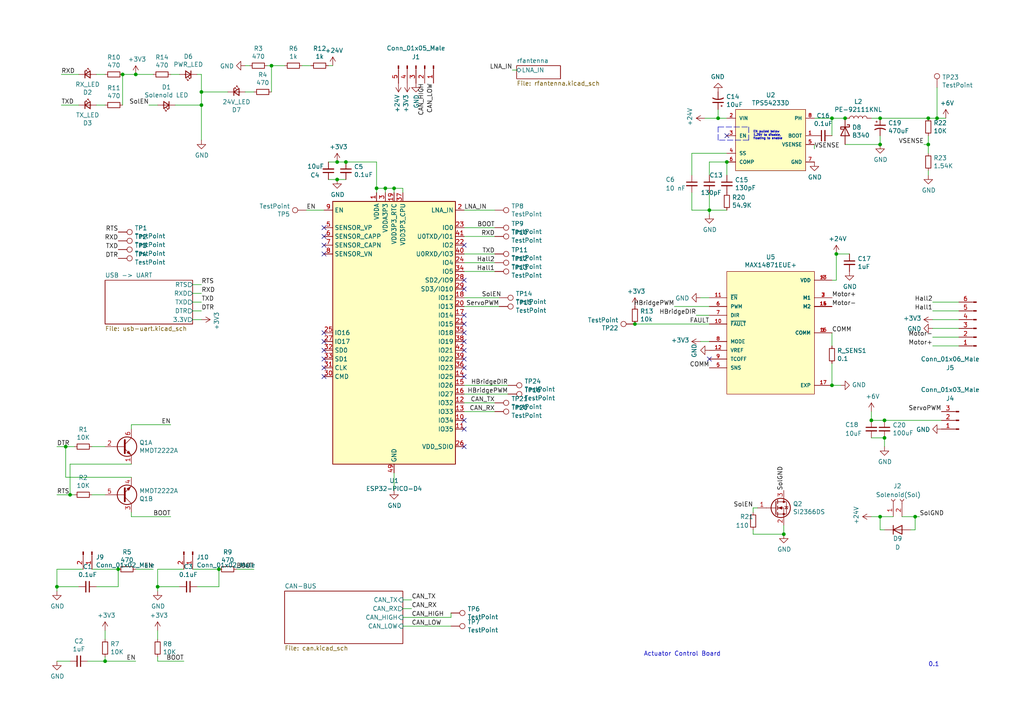
<source format=kicad_sch>
(kicad_sch (version 20211123) (generator eeschema)
  (paper "A4")
  (lib_symbols
    (symbol "Connector:Conn_01x02_Female" (pin_names (offset 1.016) hide)
      (property "Reference" "J" (at 0 2.54 0))
      (property "Value" "Conn_01x02_Female" (at 0 -5.08 0))
      (symbol "Conn_01x02_Female_1_1"
        (pin passive line (at -5.08 0 0) (length 3.81) (name "Pin_1") (number "1"))
        (pin passive line (at -5.08 -2.54 0) (length 3.81) (name "Pin_2") (number "2"))
      )
    )
    (symbol "Connector:Conn_01x02_Male" (pin_names (offset 1.016) hide)
      (property "Reference" "J" (at 0 2.54 0))
      (property "Value" "Conn_01x02_Male" (at 0 -5.08 0))
      (symbol "Conn_01x02_Male_1_1"
        (pin passive line (at 5.08 0 180) (length 3.81) (name "Pin_1") (number "1"))
        (pin passive line (at 5.08 -2.54 180) (length 3.81) (name "Pin_2") (number "2"))
      )
    )
    (symbol "Connector:Conn_01x03_Male" (pin_names (offset 1.016) hide)
      (property "Reference" "J" (at 0 5.08 0))
      (property "Value" "Conn_01x03_Male" (at 0 -5.08 0))
      (symbol "Conn_01x03_Male_1_1"
        (pin passive line (at 5.08 2.54 180) (length 3.81) (name "Pin_1") (number "1"))
        (pin passive line (at 5.08 0 180) (length 3.81) (name "Pin_2") (number "2"))
        (pin passive line (at 5.08 -2.54 180) (length 3.81) (name "Pin_3") (number "3"))
      )
    )
    (symbol "Connector:Conn_01x05_Male" (pin_names (offset 1.016) hide)
      (property "Reference" "J" (at 0 7.62 0))
      (property "Value" "Conn_01x05_Male" (at 0 -7.62 0))
      (symbol "Conn_01x05_Male_1_1"
        (pin passive line (at 5.08 5.08 180) (length 3.81) (name "Pin_1") (number "1"))
        (pin passive line (at 5.08 2.54 180) (length 3.81) (name "Pin_2") (number "2"))
        (pin passive line (at 5.08 0 180) (length 3.81) (name "Pin_3") (number "3"))
        (pin passive line (at 5.08 -2.54 180) (length 3.81) (name "Pin_4") (number "4"))
        (pin passive line (at 5.08 -5.08 180) (length 3.81) (name "Pin_5") (number "5"))
      )
    )
    (symbol "Connector:Conn_01x06_Male" (pin_names (offset 1.016) hide)
      (property "Reference" "J" (at 0 7.62 0))
      (property "Value" "Conn_01x06_Male" (at 0 -10.16 0))
      (symbol "Conn_01x06_Male_1_1"
        (pin passive line (at 5.08 5.08 180) (length 3.81) (name "Pin_1") (number "1"))
        (pin passive line (at 5.08 2.54 180) (length 3.81) (name "Pin_2") (number "2"))
        (pin passive line (at 5.08 0 180) (length 3.81) (name "Pin_3") (number "3"))
        (pin passive line (at 5.08 -2.54 180) (length 3.81) (name "Pin_4") (number "4"))
        (pin passive line (at 5.08 -5.08 180) (length 3.81) (name "Pin_5") (number "5"))
        (pin passive line (at 5.08 -7.62 180) (length 3.81) (name "Pin_6") (number "6"))
      )
    )
    (symbol "Connector:TestPoint" (pin_numbers hide) (pin_names (offset 0.762) hide)
      (property "Reference" "TP" (at 0 6.858 0))
      (property "Value" "TestPoint" (at 0 5.08 0))
      (symbol "TestPoint_1_1"
        (pin passive line (at 0 0 90) (length 2.54) (name "1") (number "1"))
      )
    )
    (symbol "Device:CP1_Small" (pin_numbers hide) (pin_names (offset 0.254) hide)
      (property "Reference" "C" (at 0.254 1.778 0))
      (property "Value" "Device_CP1_Small" (at 0.254 -2.032 0))
      (symbol "CP1_Small_1_1"
        (pin passive line (at 0 2.54 270) (length 2.032) (name "~") (number "1"))
        (pin passive line (at 0 -2.54 90) (length 2.032) (name "~") (number "2"))
      )
    )
    (symbol "Device:C_Small" (pin_numbers hide) (pin_names (offset 0.254) hide)
      (property "Reference" "C" (at 0.254 1.778 0))
      (property "Value" "C_Small" (at 0.254 -2.032 0))
      (symbol "C_Small_1_1"
        (pin passive line (at 0 2.54 270) (length 2.032) (name "~") (number "1"))
        (pin passive line (at 0 -2.54 90) (length 2.032) (name "~") (number "2"))
      )
    )
    (symbol "Device:D" (pin_numbers hide) (pin_names (offset 1.016) hide)
      (property "Reference" "D" (at 0 2.54 0))
      (property "Value" "D" (at 0 -2.54 0))
      (symbol "D_1_1"
        (pin passive line (at -3.81 0 0) (length 2.54) (name "K") (number "1"))
        (pin passive line (at 3.81 0 180) (length 2.54) (name "A") (number "2"))
      )
    )
    (symbol "Device:L" (pin_numbers hide) (pin_names (offset 1.016) hide)
      (property "Reference" "L" (at -1.27 0 90))
      (property "Value" "L" (at 1.905 0 90))
      (symbol "L_1_1"
        (pin passive line (at 0 3.81 270) (length 1.27) (name "1") (number "1"))
        (pin passive line (at 0 -3.81 90) (length 1.27) (name "2") (number "2"))
      )
    )
    (symbol "Device:LED_Small" (pin_numbers hide) (pin_names (offset 0.254) hide)
      (property "Reference" "D" (at -1.27 3.175 0))
      (property "Value" "LED_Small" (at -4.445 -2.54 0))
      (symbol "LED_Small_1_1"
        (pin passive line (at -2.54 0 0) (length 1.778) (name "K") (number "1"))
        (pin passive line (at 2.54 0 180) (length 1.778) (name "A") (number "2"))
      )
    )
    (symbol "Device:R_Small" (pin_numbers hide) (pin_names (offset 0.254) hide)
      (property "Reference" "R" (at 0.762 0.508 0))
      (property "Value" "R_Small" (at 0.762 -1.016 0))
      (symbol "R_Small_1_1"
        (pin passive line (at 0 2.54 270) (length 0.762) (name "~") (number "1"))
        (pin passive line (at 0 -2.54 90) (length 0.762) (name "~") (number "2"))
      )
    )
    (symbol "Diode:B340" (pin_numbers hide) (pin_names (offset 1.016) hide)
      (property "Reference" "D" (at 0 2.54 0))
      (property "Value" "B340" (at 0 -2.54 0))
      (symbol "B340_1_1"
        (pin passive line (at -3.81 0 0) (length 2.54) (name "K") (number "1"))
        (pin passive line (at 3.81 0 180) (length 2.54) (name "A") (number "2"))
      )
    )
    (symbol "RF_Module:ESP32-PICO-D4"
      (property "Reference" "U" (at -17.78 39.37 0))
      (property "Value" "ESP32-PICO-D4" (at 3.81 39.37 0))
      (symbol "ESP32-PICO-D4_0_0"
        (pin power_in line (at -5.08 40.64 270) (length 2.54) (name "VDDA") (number "1"))
        (pin input line (at 20.32 -25.4 180) (length 2.54) (name "IO34") (number "10"))
        (pin input line (at 20.32 -27.94 180) (length 2.54) (name "IO35") (number "11"))
        (pin bidirectional line (at 20.32 -20.32 180) (length 2.54) (name "IO32") (number "12"))
        (pin bidirectional line (at 20.32 -22.86 180) (length 2.54) (name "IO33") (number "13"))
        (pin bidirectional line (at 20.32 -12.7 180) (length 2.54) (name "IO25") (number "14"))
        (pin bidirectional line (at 20.32 -15.24 180) (length 2.54) (name "IO26") (number "15"))
        (pin bidirectional line (at 20.32 -17.78 180) (length 2.54) (name "IO27") (number "16"))
        (pin bidirectional line (at 20.32 5.08 180) (length 2.54) (name "IO14") (number "17"))
        (pin bidirectional line (at 20.32 10.16 180) (length 2.54) (name "IO12") (number "18"))
        (pin power_in line (at 0 40.64 270) (length 2.54) (name "VDD3P3_RTC") (number "19"))
        (pin bidirectional line (at 20.32 35.56 180) (length 2.54) (name "LNA_IN") (number "2"))
        (pin bidirectional line (at 20.32 7.62 180) (length 2.54) (name "IO13") (number "20"))
        (pin bidirectional line (at 20.32 2.54 180) (length 2.54) (name "IO15") (number "21"))
        (pin bidirectional line (at 20.32 25.4 180) (length 2.54) (name "IO2") (number "22"))
        (pin bidirectional line (at 20.32 30.48 180) (length 2.54) (name "IO0") (number "23"))
        (pin bidirectional line (at 20.32 20.32 180) (length 2.54) (name "IO4") (number "24"))
        (pin bidirectional line (at -20.32 0 0) (length 2.54) (name "IO16") (number "25"))
        (pin power_out line (at 20.32 -33.02 180) (length 2.54) (name "VDD_SDIO") (number "26"))
        (pin bidirectional line (at -20.32 -2.54 0) (length 2.54) (name "IO17") (number "27"))
        (pin bidirectional line (at 20.32 15.24 180) (length 2.54) (name "SD2/IO9") (number "28"))
        (pin bidirectional line (at 20.32 12.7 180) (length 2.54) (name "SD3/IO10") (number "29"))
        (pin power_in line (at -2.54 40.64 270) (length 2.54) (name "VDDA3P3") (number "3"))
        (pin bidirectional line (at -20.32 -12.7 0) (length 2.54) (name "CMD") (number "30"))
        (pin bidirectional line (at -20.32 -10.16 0) (length 2.54) (name "CLK") (number "31"))
        (pin bidirectional line (at -20.32 -5.08 0) (length 2.54) (name "SD0") (number "32"))
        (pin bidirectional line (at -20.32 -7.62 0) (length 2.54) (name "SD1") (number "33"))
        (pin bidirectional line (at 20.32 17.78 180) (length 2.54) (name "IO5") (number "34"))
        (pin bidirectional line (at 20.32 0 180) (length 2.54) (name "IO18") (number "35"))
        (pin bidirectional line (at 20.32 -10.16 180) (length 2.54) (name "IO23") (number "36"))
        (pin power_in line (at 2.54 40.64 270) (length 2.54) (name "VDD3P3_CPU") (number "37"))
        (pin bidirectional line (at 20.32 -2.54 180) (length 2.54) (name "IO19") (number "38"))
        (pin bidirectional line (at 20.32 -7.62 180) (length 2.54) (name "IO22") (number "39"))
        (pin passive line (at -2.54 40.64 270) (length 2.54) hide (name "VDDA3P3") (number "4"))
        (pin bidirectional line (at 20.32 22.86 180) (length 2.54) (name "U0RXD/IO3") (number "40"))
        (pin bidirectional line (at 20.32 27.94 180) (length 2.54) (name "U0TXD/IO1") (number "41"))
        (pin bidirectional line (at 20.32 -5.08 180) (length 2.54) (name "IO21") (number "42"))
        (pin passive line (at -5.08 40.64 270) (length 2.54) hide (name "VDDA") (number "43"))
        (pin no_connect line (at -17.78 -25.4 0) (length 2.54) hide (name "XTAL_N_NC") (number "44"))
        (pin no_connect line (at -17.78 -27.94 0) (length 2.54) hide (name "XTAL_P_NC") (number "45"))
        (pin passive line (at -5.08 40.64 270) (length 2.54) hide (name "VDDA") (number "46"))
        (pin no_connect line (at -17.78 -30.48 0) (length 2.54) hide (name "CAP2_NC") (number "47"))
        (pin no_connect line (at -17.78 -33.02 0) (length 2.54) hide (name "CAP1_NC") (number "48"))
        (pin power_in line (at 0 -40.64 90) (length 2.54) (name "GND") (number "49"))
        (pin input line (at -20.32 30.48 0) (length 2.54) (name "SENSOR_VP") (number "5"))
        (pin input line (at -20.32 27.94 0) (length 2.54) (name "SENSOR_CAPP") (number "6"))
        (pin input line (at -20.32 25.4 0) (length 2.54) (name "SENSOR_CAPN") (number "7"))
        (pin input line (at -20.32 22.86 0) (length 2.54) (name "SENSOR_VN") (number "8"))
        (pin input line (at -20.32 35.56 0) (length 2.54) (name "EN") (number "9"))
      )
    )
    (symbol "Transistor_BJT:MMDT2222A" (pin_names (offset 0) hide)
      (property "Reference" "Q" (at 5.08 1.27 0))
      (property "Value" "MMDT2222A" (at 5.08 -1.27 0))
      (symbol "MMDT2222A_1_1"
        (pin passive line (at 2.54 -5.08 90) (length 2.54) (name "E1") (number "1"))
        (pin input line (at -5.08 0 0) (length 2.54) (name "B1") (number "2"))
        (pin passive line (at 2.54 5.08 270) (length 2.54) (name "C1") (number "6"))
      )
      (symbol "MMDT2222A_2_1"
        (pin passive line (at 2.54 5.08 270) (length 2.54) (name "C2") (number "3"))
        (pin passive line (at 2.54 -5.08 90) (length 2.54) (name "E2") (number "4"))
        (pin input line (at -5.08 0 0) (length 2.54) (name "B2") (number "5"))
      )
    )
    (symbol "Transistor_FET:DMN3404L" (pin_names hide)
      (property "Reference" "Q" (at 5.08 1.905 0))
      (property "Value" "DMN3404L" (at 5.08 0 0))
      (symbol "DMN3404L_1_1"
        (pin input line (at -5.08 0 0) (length 2.54) (name "G") (number "1"))
        (pin passive line (at 2.54 -5.08 90) (length 2.54) (name "S") (number "2"))
        (pin passive line (at 2.54 5.08 270) (length 2.54) (name "D") (number "3"))
      )
    )
    (symbol "iclr:MAX14871EUE+" (pin_names (offset 1.016))
      (property "Reference" "U" (at -12.7 17.78 0))
      (property "Value" "iclr_MAX14871EUE+" (at -12.7 -20.32 0))
      (symbol "MAX14871EUE+_0_0"
        (pin output line (at 17.78 0 180) (length 5.08) (name "COMM") (number "1"))
        (pin output line (at -17.78 2.54 0) (length 5.08) (name "~{FAULT}") (number "10"))
        (pin input line (at -17.78 10.16 0) (length 5.08) (name "~{EN}") (number "11"))
        (pin input line (at -17.78 -5.08 0) (length 5.08) (name "VREF") (number "12"))
        (pin power_in line (at 17.78 15.24 180) (length 5.08) (name "VDD") (number "13"))
        (pin output line (at 17.78 7.62 180) (length 5.08) (name "M2") (number "14"))
        (pin output line (at 17.78 7.62 180) (length 5.08) (name "M2") (number "15"))
        (pin output line (at 17.78 0 180) (length 5.08) (name "COMM") (number "16"))
        (pin power_in line (at 17.78 -15.24 180) (length 5.08) (name "EXP") (number "17"))
        (pin output line (at 17.78 10.16 180) (length 5.08) (name "M1") (number "2"))
        (pin output line (at 17.78 10.16 180) (length 5.08) (name "M1") (number "3"))
        (pin power_in line (at 17.78 15.24 180) (length 5.08) (name "VDD") (number "4"))
        (pin input line (at -17.78 -10.16 0) (length 5.08) (name "SNS") (number "5"))
        (pin input line (at -17.78 7.62 0) (length 5.08) (name "PWM") (number "6"))
        (pin input line (at -17.78 5.08 0) (length 5.08) (name "DIR") (number "7"))
        (pin input line (at -17.78 -2.54 0) (length 5.08) (name "MODE") (number "8"))
        (pin input line (at -17.78 -7.62 0) (length 5.08) (name "TCOFF") (number "9"))
      )
    )
    (symbol "iclr:TPS54233D" (pin_names (offset 1.016))
      (property "Reference" "U" (at 0 5.08 0))
      (property "Value" "iclr_TPS54233D" (at 0 7.62 0))
      (symbol "TPS54233D_1_1"
        (pin passive line (at 27.94 -5.08 180) (length 2.54) (name "BOOT") (number "1"))
        (pin power_in line (at 2.54 0 0) (length 2.54) (name "VIN") (number "2"))
        (pin input line (at 2.54 -5.08 0) (length 2.54) (name "EN") (number "3"))
        (pin input line (at 2.54 -10.16 0) (length 2.54) (name "SS") (number "4"))
        (pin input line (at 27.94 -7.62 180) (length 2.54) (name "VSENSE") (number "5"))
        (pin passive line (at 2.54 -12.7 0) (length 2.54) (name "COMP") (number "6"))
        (pin power_in line (at 27.94 -12.7 180) (length 2.54) (name "GND") (number "7"))
        (pin power_in line (at 27.94 0 180) (length 2.54) (name "PH") (number "8"))
      )
    )
    (symbol "power:+24V" (power) (pin_names (offset 0))
      (property "Value" "+24V" (at 0 3.556 0))
      (symbol "+24V_1_1"
        (pin power_in line (at 0 0 90) (length 0) hide (name "+24V") (number "1"))
      )
    )
    (symbol "power:+3.3V" (power) (pin_names (offset 0))
      (property "Value" "+3.3V" (at 0 3.556 0))
      (symbol "+3.3V_1_1"
        (pin power_in line (at 0 0 90) (length 0) hide (name "+3V3") (number "1"))
      )
    )
    (symbol "power:+6V" (power) (pin_names (offset 0))
      (property "Value" "+6V" (at 0 3.556 0))
      (symbol "+6V_1_1"
        (pin power_in line (at 0 0 90) (length 0) hide (name "+6V") (number "1"))
      )
    )
    (symbol "power:GND" (power) (pin_names (offset 0))
      (property "Value" "GND" (at 0 -3.81 0))
      (symbol "GND_1_1"
        (pin power_in line (at 0 0 270) (length 0) hide (name "GND") (number "1"))
      )
    )
  )
  (junction (at 63.5 165.1))
  (junction (at 255.27 41.91))
  (junction (at 20.32 143.51))
  (junction (at 255.27 149.86))
  (junction (at 34.29 165.1))
  (junction (at 45.72 170.18))
  (junction (at 269.24 41.91))
  (junction (at 109.22 54.61))
  (junction (at 35.56 21.59))
  (junction (at 227.33 154.94))
  (junction (at 30.48 191.77))
  (junction (at 78.74 19.05))
  (junction (at 111.76 54.61))
  (junction (at 58.42 30.48))
  (junction (at 256.54 127))
  (junction (at 255.27 34.29))
  (junction (at 252.73 121.92))
  (junction (at 265.43 149.86))
  (junction (at 97.79 52.07))
  (junction (at 210.82 46.99))
  (junction (at 114.3 54.61))
  (junction (at 184.15 93.98))
  (junction (at 100.33 46.99))
  (junction (at 19.05 129.54))
  (junction (at 205.74 60.96))
  (junction (at 39.37 21.59))
  (junction (at 242.57 73.66))
  (junction (at 269.24 34.29))
  (junction (at 256.54 121.92))
  (junction (at 241.3 34.29))
  (junction (at 58.42 26.67))
  (junction (at 97.79 46.99))
  (junction (at 245.11 34.29))
  (junction (at 241.3 111.76))
  (junction (at 271.78 34.29))
  (junction (at 208.28 34.29))
  (junction (at 16.51 170.18))
  (no_connect (at 93.98 96.52))
  (no_connect (at 93.98 109.22))
  (no_connect (at 134.62 104.14))
  (no_connect (at 93.98 71.12))
  (no_connect (at 205.74 104.14))
  (no_connect (at 134.62 93.98))
  (no_connect (at 134.62 101.6))
  (no_connect (at 134.62 71.12))
  (no_connect (at 93.98 73.66))
  (no_connect (at 134.62 121.92))
  (no_connect (at 134.62 83.82))
  (no_connect (at 134.62 81.28))
  (no_connect (at 134.62 96.52))
  (no_connect (at 134.62 106.68))
  (no_connect (at 93.98 66.04))
  (no_connect (at 93.98 106.68))
  (no_connect (at 134.62 99.06))
  (no_connect (at 93.98 68.58))
  (no_connect (at 93.98 101.6))
  (no_connect (at 134.62 129.54))
  (no_connect (at 134.62 109.22))
  (no_connect (at 134.62 124.46))
  (no_connect (at 210.82 39.37))
  (no_connect (at 93.98 99.06))
  (no_connect (at 134.62 91.44))
  (no_connect (at 93.98 104.14))
  (wire (pts (xy 242.57 73.66) (xy 246.38 73.66)))
  (wire (pts (xy 30.48 191.77) (xy 39.37 191.77)))
  (wire (pts (xy 252.73 34.29) (xy 255.27 34.29)))
  (wire (pts (xy 116.84 173.99) (xy 119.38 173.99)))
  (wire (pts (xy 16.51 170.18) (xy 16.51 171.45)))
  (wire (pts (xy 241.3 39.37) (xy 241.3 34.29)))
  (wire (pts (xy 271.78 25.4) (xy 271.78 34.29)))
  (wire (pts (xy 252.73 149.86) (xy 255.27 149.86)))
  (wire (pts (xy 242.57 73.66) (xy 242.57 81.28)))
  (wire (pts (xy 134.62 76.2) (xy 143.51 76.2)))
  (wire (pts (xy 241.3 111.76) (xy 243.84 111.76)))
  (wire (pts (xy 30.48 129.54) (xy 26.67 129.54)))
  (wire (pts (xy 236.22 43.18) (xy 236.22 41.91)))
  (wire (pts (xy 73.66 165.1) (xy 68.58 165.1)))
  (wire (pts (xy 27.94 30.48) (xy 30.48 30.48)))
  (wire (pts (xy 208.28 34.29) (xy 208.28 31.75)))
  (wire (pts (xy 25.4 191.77) (xy 30.48 191.77)))
  (wire (pts (xy 278.13 100.33) (xy 270.51 100.33)))
  (wire (pts (xy 19.05 129.54) (xy 16.51 129.54)))
  (wire (pts (xy 16.51 165.1) (xy 24.13 165.1)))
  (wire (pts (xy 184.15 93.98) (xy 205.74 93.98)))
  (wire (pts (xy 49.53 21.59) (xy 52.07 21.59)))
  (wire (pts (xy 245.11 41.91) (xy 255.27 41.91)))
  (wire (pts (xy 261.62 149.86) (xy 265.43 149.86)))
  (wire (pts (xy 130.81 179.07) (xy 130.81 177.8)))
  (wire (pts (xy 45.72 165.1) (xy 53.34 165.1)))
  (wire (pts (xy 38.1 124.46) (xy 38.1 123.19)))
  (wire (pts (xy 205.74 88.9) (xy 195.58 88.9)))
  (wire (pts (xy 264.16 153.67) (xy 265.43 153.67)))
  (wire (pts (xy 255.27 34.29) (xy 269.24 34.29)))
  (wire (pts (xy 58.42 21.59) (xy 57.15 21.59)))
  (wire (pts (xy 109.22 54.61) (xy 111.76 54.61)))
  (wire (pts (xy 58.42 21.59) (xy 58.42 26.67)))
  (wire (pts (xy 20.32 134.62) (xy 38.1 134.62)))
  (wire (pts (xy 55.88 85.09) (xy 58.42 85.09)))
  (wire (pts (xy 38.1 148.59) (xy 38.1 149.86)))
  (wire (pts (xy 97.79 52.07) (xy 100.33 52.07)))
  (wire (pts (xy 200.66 60.96) (xy 205.74 60.96)))
  (wire (pts (xy 35.56 21.59) (xy 39.37 21.59)))
  (wire (pts (xy 205.74 91.44) (xy 201.93 91.44)))
  (wire (pts (xy 38.1 123.19) (xy 49.53 123.19)))
  (wire (pts (xy 271.78 34.29) (xy 274.32 34.29)))
  (wire (pts (xy 66.04 26.67) (xy 58.42 26.67)))
  (wire (pts (xy 218.44 148.59) (xy 218.44 147.32)))
  (wire (pts (xy 109.22 54.61) (xy 109.22 55.88)))
  (wire (pts (xy 55.88 87.63) (xy 58.42 87.63)))
  (wire (pts (xy 227.33 152.4) (xy 227.33 154.94)))
  (wire (pts (xy 45.72 182.88) (xy 45.72 185.42)))
  (wire (pts (xy 241.3 105.41) (xy 241.3 111.76)))
  (wire (pts (xy 236.22 34.29) (xy 241.3 34.29)))
  (wire (pts (xy 278.13 92.71) (xy 270.51 92.71)))
  (wire (pts (xy 210.82 46.99) (xy 210.82 50.8)))
  (wire (pts (xy 265.43 153.67) (xy 265.43 149.86)))
  (wire (pts (xy 116.84 181.61) (xy 130.81 181.61)))
  (wire (pts (xy 278.13 87.63) (xy 270.51 87.63)))
  (wire (pts (xy 87.63 19.05) (xy 90.17 19.05)))
  (wire (pts (xy 205.74 60.96) (xy 205.74 62.23)))
  (wire (pts (xy 55.88 90.17) (xy 58.42 90.17)))
  (wire (pts (xy 256.54 121.92) (xy 252.73 121.92)))
  (polyline (pts (xy 208.28 40.64) (xy 208.28 36.83)))
  (wire (pts (xy 27.94 170.18) (xy 34.29 170.18)))
  (wire (pts (xy 267.97 41.91) (xy 269.24 41.91)))
  (wire (pts (xy 210.82 34.29) (xy 208.28 34.29)))
  (wire (pts (xy 269.24 39.37) (xy 269.24 41.91)))
  (wire (pts (xy 57.15 170.18) (xy 63.5 170.18)))
  (wire (pts (xy 20.32 143.51) (xy 20.32 134.62)))
  (wire (pts (xy 114.3 54.61) (xy 116.84 54.61)))
  (wire (pts (xy 273.05 121.92) (xy 256.54 121.92)))
  (wire (pts (xy 53.34 191.77) (xy 45.72 191.77)))
  (wire (pts (xy 16.51 191.77) (xy 20.32 191.77)))
  (wire (pts (xy 200.66 55.88) (xy 200.66 60.96)))
  (wire (pts (xy 134.62 66.04) (xy 143.51 66.04)))
  (wire (pts (xy 77.47 19.05) (xy 78.74 19.05)))
  (wire (pts (xy 265.43 149.86) (xy 266.7 149.86)))
  (wire (pts (xy 203.2 86.36) (xy 205.74 86.36)))
  (wire (pts (xy 116.84 176.53) (xy 119.38 176.53)))
  (wire (pts (xy 58.42 26.67) (xy 58.42 30.48)))
  (wire (pts (xy 109.22 46.99) (xy 109.22 54.61)))
  (wire (pts (xy 45.72 170.18) (xy 45.72 171.45)))
  (wire (pts (xy 134.62 73.66) (xy 143.51 73.66)))
  (wire (pts (xy 19.05 138.43) (xy 38.1 138.43)))
  (wire (pts (xy 45.72 30.48) (xy 43.18 30.48)))
  (wire (pts (xy 143.51 60.96) (xy 134.62 60.96)))
  (wire (pts (xy 45.72 191.77) (xy 45.72 190.5)))
  (wire (pts (xy 227.33 154.94) (xy 218.44 154.94)))
  (wire (pts (xy 95.25 46.99) (xy 97.79 46.99)))
  (wire (pts (xy 100.33 46.99) (xy 109.22 46.99)))
  (wire (pts (xy 35.56 21.59) (xy 35.56 30.48)))
  (wire (pts (xy 17.78 21.59) (xy 22.86 21.59)))
  (wire (pts (xy 111.76 54.61) (xy 114.3 54.61)))
  (wire (pts (xy 111.76 54.61) (xy 111.76 55.88)))
  (wire (pts (xy 30.48 191.77) (xy 30.48 190.5)))
  (wire (pts (xy 95.25 19.05) (xy 96.52 19.05)))
  (wire (pts (xy 269.24 34.29) (xy 271.78 34.29)))
  (wire (pts (xy 26.67 165.1) (xy 34.29 165.1)))
  (wire (pts (xy 44.45 165.1) (xy 39.37 165.1)))
  (wire (pts (xy 269.24 49.53) (xy 269.24 50.8)))
  (wire (pts (xy 208.28 34.29) (xy 204.47 34.29)))
  (wire (pts (xy 55.88 82.55) (xy 58.42 82.55)))
  (wire (pts (xy 114.3 137.16) (xy 114.3 142.24)))
  (wire (pts (xy 245.11 34.29) (xy 241.3 34.29)))
  (wire (pts (xy 205.74 55.88) (xy 205.74 60.96)))
  (wire (pts (xy 255.27 39.37) (xy 255.27 41.91)))
  (wire (pts (xy 278.13 95.25) (xy 270.51 95.25)))
  (wire (pts (xy 19.05 129.54) (xy 19.05 138.43)))
  (polyline (pts (xy 217.17 40.64) (xy 208.28 40.64)))
  (wire (pts (xy 134.62 114.3) (xy 147.32 114.3)))
  (wire (pts (xy 116.84 179.07) (xy 130.81 179.07)))
  (wire (pts (xy 210.82 46.99) (xy 205.74 46.99)))
  (wire (pts (xy 256.54 127) (xy 256.54 129.54)))
  (wire (pts (xy 210.82 60.96) (xy 205.74 60.96)))
  (wire (pts (xy 241.3 81.28) (xy 242.57 81.28)))
  (wire (pts (xy 218.44 147.32) (xy 219.71 147.32)))
  (wire (pts (xy 45.72 165.1) (xy 45.72 170.18)))
  (wire (pts (xy 38.1 149.86) (xy 49.53 149.86)))
  (wire (pts (xy 34.29 170.18) (xy 34.29 165.1)))
  (wire (pts (xy 205.74 46.99) (xy 205.74 50.8)))
  (wire (pts (xy 17.78 30.48) (xy 22.86 30.48)))
  (wire (pts (xy 134.62 119.38) (xy 143.51 119.38)))
  (wire (pts (xy 255.27 149.86) (xy 255.27 153.67)))
  (wire (pts (xy 39.37 21.59) (xy 44.45 21.59)))
  (wire (pts (xy 252.73 127) (xy 256.54 127)))
  (wire (pts (xy 16.51 165.1) (xy 16.51 170.18)))
  (wire (pts (xy 255.27 149.86) (xy 259.08 149.86)))
  (wire (pts (xy 30.48 182.88) (xy 30.48 185.42)))
  (wire (pts (xy 20.32 143.51) (xy 16.51 143.51)))
  (wire (pts (xy 149.86 20.32) (xy 148.59 20.32)))
  (wire (pts (xy 218.44 153.67) (xy 218.44 154.94)))
  (wire (pts (xy 50.8 30.48) (xy 58.42 30.48)))
  (wire (pts (xy 256.54 153.67) (xy 255.27 153.67)))
  (wire (pts (xy 134.62 116.84) (xy 143.51 116.84)))
  (wire (pts (xy 241.3 96.52) (xy 241.3 100.33)))
  (wire (pts (xy 71.12 26.67) (xy 73.66 26.67)))
  (wire (pts (xy 58.42 30.48) (xy 58.42 40.64)))
  (wire (pts (xy 26.67 143.51) (xy 30.48 143.51)))
  (polyline (pts (xy 217.17 36.83) (xy 217.17 40.64)))
  (wire (pts (xy 210.82 44.45) (xy 200.66 44.45)))
  (wire (pts (xy 27.94 21.59) (xy 30.48 21.59)))
  (wire (pts (xy 63.5 170.18) (xy 63.5 165.1)))
  (wire (pts (xy 134.62 88.9) (xy 144.78 88.9)))
  (polyline (pts (xy 208.28 36.83) (xy 217.17 36.83)))
  (wire (pts (xy 252.73 121.92) (xy 252.73 119.38)))
  (wire (pts (xy 203.2 99.06) (xy 205.74 99.06)))
  (wire (pts (xy 134.62 86.36) (xy 144.78 86.36)))
  (wire (pts (xy 278.13 97.79) (xy 270.51 97.79)))
  (wire (pts (xy 55.88 165.1) (xy 63.5 165.1)))
  (wire (pts (xy 21.59 129.54) (xy 19.05 129.54)))
  (wire (pts (xy 71.12 19.05) (xy 72.39 19.05)))
  (wire (pts (xy 22.86 170.18) (xy 16.51 170.18)))
  (wire (pts (xy 114.3 54.61) (xy 114.3 55.88)))
  (wire (pts (xy 88.9 60.96) (xy 93.98 60.96)))
  (wire (pts (xy 97.79 46.99) (xy 100.33 46.99)))
  (wire (pts (xy 134.62 78.74) (xy 143.51 78.74)))
  (wire (pts (xy 269.24 41.91) (xy 269.24 44.45)))
  (wire (pts (xy 21.59 143.51) (xy 20.32 143.51)))
  (wire (pts (xy 52.07 170.18) (xy 45.72 170.18)))
  (wire (pts (xy 278.13 90.17) (xy 270.51 90.17)))
  (wire (pts (xy 134.62 68.58) (xy 143.51 68.58)))
  (wire (pts (xy 200.66 44.45) (xy 200.66 50.8)))
  (wire (pts (xy 78.74 19.05) (xy 78.74 26.67)))
  (wire (pts (xy 95.25 52.07) (xy 97.79 52.07)))
  (wire (pts (xy 134.62 111.76) (xy 147.32 111.76)))
  (wire (pts (xy 55.88 92.71) (xy 58.42 92.71)))
  (wire (pts (xy 78.74 19.05) (xy 82.55 19.05)))
  (wire (pts (xy 116.84 54.61) (xy 116.84 55.88)))
  (text "EN pulled below \n1.25V to disable, \nfloating to enable\n" (at 218.44 40.64 0) (effects (font (size 0.6096 0.6096)) (justify left bottom)))
  (text "0.1\n\n" (at 269.24 195.58 0) (effects (font (size 1.27 1.27)) (justify left bottom)))
  (text "Actuator Control Board\n" (at 186.69 190.5 0) (effects (font (size 1.27 1.27)) (justify left bottom)))
  (label "HBridgePWM" (at 195.58 88.9 180))
  (label "DTR" (at 58.42 90.17 0))
  (label "BOOT" (at 73.66 165.1 180))
  (label "EN" (at 49.53 123.19 180))
  (label "RTS" (at 16.51 143.51 0))
  (label "CAN_RX" (at 119.38 176.53 0))
  (label "Hall1" (at 270.51 90.17 180))
  (label "VSENSE" (at 236.22 43.18 0))
  (label "ServoPWM" (at 144.78 88.9 180))
  (label "LNA_IN" (at 148.59 20.32 180))
  (label "CAN_RX" (at 143.51 119.38 180))
  (label "SolEN" (at 218.44 147.32 180))
  (label "EN" (at 39.37 191.77 180))
  (label "TXD" (at 34.29 72.39 180))
  (label "RXD" (at 143.51 68.58 180))
  (label "SolEN" (at 43.18 30.48 180))
  (label "SolGND" (at 227.33 142.24 90))
  (label "Hall2" (at 143.51 76.2 180))
  (label "FAULT" (at 205.74 93.98 180))
  (label "RXD" (at 58.42 85.09 0))
  (label "Motor+" (at 241.3 86.36 0))
  (label "HBridgePWM" (at 147.32 114.3 180))
  (label "VSENSE" (at 267.97 41.91 180))
  (label "RXD" (at 34.29 69.85 180))
  (label "CAN_LOW" (at 119.38 181.61 0))
  (label "BOOT" (at 53.34 191.77 180))
  (label "Motor-" (at 270.51 97.79 180))
  (label "Hall2" (at 270.51 87.63 180))
  (label "Hall1" (at 143.51 78.74 180))
  (label "Motor-" (at 241.3 88.9 0))
  (label "RTS" (at 34.29 67.31 180))
  (label "HBridgeDIR" (at 147.32 111.76 180))
  (label "SolGND" (at 266.7 149.86 0))
  (label "COMM" (at 205.74 106.68 180))
  (label "CAN_TX" (at 119.38 173.99 0))
  (label "TXD" (at 143.51 73.66 180))
  (label "HBridgeDIR" (at 201.93 91.44 180))
  (label "EN" (at 44.45 165.1 180))
  (label "TXD" (at 58.42 87.63 0))
  (label "LNA_IN" (at 134.62 60.96 0))
  (label "BOOT" (at 143.51 66.04 180))
  (label "EN" (at 88.9 60.96 0))
  (label "CAN_TX" (at 143.51 116.84 180))
  (label "SolEN" (at 139.7 86.36 0))
  (label "CAN_HIGH" (at 119.38 179.07 0))
  (label "CAN_LOW" (at 125.73 24.13 270))
  (label "RTS" (at 58.42 82.55 0))
  (label "COMM" (at 241.3 96.52 0))
  (label "ServoPWM" (at 273.05 119.38 180))
  (label "BOOT" (at 49.53 149.86 180))
  (label "DTR" (at 34.29 74.93 180))
  (label "TXD" (at 17.78 30.48 0))
  (label "RXD" (at 17.78 21.59 0))
  (label "CAN_HIGH" (at 123.19 24.13 270))
  (label "DTR" (at 16.51 129.54 0))
  (label "Motor+" (at 270.51 100.33 180))
  (symbol (lib_id "power:GND") (at 114.3 142.24 0) (unit 1)
    (property "Reference" "#PWR021" (effects hide))
    (property "Value" "GND" (at 114.427 146.6342 0))
  )
  (symbol (lib_id "power:+3.3V") (at 30.48 182.88 0) (unit 1)
    (property "Reference" "#PWR06" (effects hide))
    (property "Value" "+3.3V" (at 30.861 178.4858 0))
  )
  (symbol (lib_id "Device:R_Small") (at 30.48 187.96 0) (unit 1)
    (property "Reference" "R7" (at 31.9786 186.7916 0) (effects (justify left)))
    (property "Value" "10K" (at 31.9786 189.103 0) (effects (justify left)))
    (property "Footprint" "Resistor_SMD:R_0603_1608Metric" (effects hide))
  )
  (symbol (lib_id "Device:C_Small") (at 22.86 191.77 270) (unit 1)
    (property "Reference" "C2" (at 22.86 185.9534 90))
    (property "Value" "1uF" (at 22.86 188.2648 90))
    (property "Footprint" "Capacitor_SMD:C_0603_1608Metric" (effects hide))
  )
  (symbol (lib_id "power:GND") (at 16.51 191.77 0) (unit 1)
    (property "Reference" "#PWR03" (effects hide))
    (property "Value" "GND" (at 16.637 196.1642 0))
  )
  (symbol (lib_id "power:+3.3V") (at 45.72 182.88 0) (unit 1)
    (property "Reference" "#PWR09" (effects hide))
    (property "Value" "+3.3V" (at 46.101 178.4858 0))
  )
  (symbol (lib_id "Device:R_Small") (at 45.72 187.96 0) (unit 1)
    (property "Reference" "R8" (at 47.2186 186.7916 0) (effects (justify left)))
    (property "Value" "10K" (at 47.2186 189.103 0) (effects (justify left)))
    (property "Footprint" "Resistor_SMD:R_0603_1608Metric" (effects hide))
  )
  (symbol (lib_id "power:GND") (at 45.72 171.45 0) (unit 1)
    (property "Reference" "#PWR07" (effects hide))
    (property "Value" "GND" (at 45.847 175.8442 0))
  )
  (symbol (lib_id "Device:C_Small") (at 54.61 170.18 270) (unit 1)
    (property "Reference" "C3" (at 54.61 164.3634 90))
    (property "Value" "0.1uF" (at 54.61 166.6748 90))
    (property "Footprint" "Capacitor_SMD:C_0603_1608Metric" (effects hide))
  )
  (symbol (lib_id "Device:R_Small") (at 66.04 165.1 270) (unit 1)
    (property "Reference" "R9" (at 66.04 160.1216 90))
    (property "Value" "470" (at 66.04 162.433 90))
    (property "Footprint" "Resistor_SMD:R_0603_1608Metric" (effects hide))
  )
  (symbol (lib_id "power:GND") (at 16.51 171.45 0) (unit 1)
    (property "Reference" "#PWR02" (effects hide))
    (property "Value" "GND" (at 16.637 175.8442 0))
  )
  (symbol (lib_id "Device:C_Small") (at 25.4 170.18 270) (unit 1)
    (property "Reference" "C1" (at 25.4 164.3634 90))
    (property "Value" "0.1uF" (at 25.4 166.6748 90))
    (property "Footprint" "Capacitor_SMD:C_0603_1608Metric" (effects hide))
  )
  (symbol (lib_id "Device:R_Small") (at 36.83 165.1 270) (unit 1)
    (property "Reference" "R5" (at 36.83 160.1216 90))
    (property "Value" "470" (at 36.83 162.433 90))
    (property "Footprint" "Resistor_SMD:R_0603_1608Metric" (effects hide))
  )
  (symbol (lib_id "Device:LED_Small") (at 25.4 30.48 0) (unit 1)
    (property "Reference" "D3" (at 25.4 35.687 0))
    (property "Value" "TX_LED" (at 25.4 33.3756 0))
    (property "Footprint" "LED_SMD:LED_0603_1608Metric_Castellated" (effects hide))
  )
  (symbol (lib_id "Device:LED_Small") (at 25.4 21.59 0) (unit 1)
    (property "Reference" "D2" (at 25.4 26.797 0))
    (property "Value" "RX_LED" (at 25.4 24.4856 0))
    (property "Footprint" "LED_SMD:LED_0603_1608Metric_Castellated" (effects hide))
  )
  (symbol (lib_id "Device:R_Small") (at 33.02 21.59 270) (unit 1)
    (property "Reference" "R10" (at 33.02 16.6116 90))
    (property "Value" "470" (at 33.02 18.923 90))
    (property "Footprint" "Resistor_SMD:R_0603_1608Metric" (effects hide))
  )
  (symbol (lib_id "Device:R_Small") (at 33.02 30.48 270) (unit 1)
    (property "Reference" "R11" (at 33.02 25.5016 90))
    (property "Value" "470" (at 33.02 27.813 90))
    (property "Footprint" "Resistor_SMD:R_0603_1608Metric" (effects hide))
  )
  (symbol (lib_id "power:GND") (at 58.42 40.64 0) (unit 1)
    (property "Reference" "#PWR012" (effects hide))
    (property "Value" "GND" (at 58.547 45.0342 0))
  )
  (symbol (lib_id "Device:R_Small") (at 24.13 129.54 270) (unit 1)
    (property "Reference" "R1" (at 24.13 124.5616 90))
    (property "Value" "10K" (at 24.13 126.873 90))
    (property "Footprint" "Resistor_SMD:R_0603_1608Metric" (effects hide))
  )
  (symbol (lib_id "Device:R_Small") (at 24.13 143.51 270) (unit 1)
    (property "Reference" "R2" (at 24.13 138.5316 90))
    (property "Value" "10K" (at 24.13 140.843 90))
    (property "Footprint" "Resistor_SMD:R_0603_1608Metric" (effects hide))
  )
  (symbol (lib_id "power:+3.3V") (at 39.37 21.59 0) (unit 1)
    (property "Reference" "#PWR011" (effects hide))
    (property "Value" "+3.3V" (at 39.751 17.1958 0))
  )
  (symbol (lib_id "Device:LED_Small") (at 54.61 21.59 180) (unit 1)
    (property "Reference" "D6" (at 54.61 16.383 0))
    (property "Value" "PWR_LED" (at 54.61 18.6944 0))
    (property "Footprint" "LED_SMD:LED_0603_1608Metric_Castellated" (effects hide))
  )
  (symbol (lib_id "Device:R_Small") (at 46.99 21.59 270) (unit 1)
    (property "Reference" "R14" (at 46.99 16.6116 90))
    (property "Value" "470" (at 46.99 18.923 90))
    (property "Footprint" "Resistor_SMD:R_0603_1608Metric" (effects hide))
  )
  (symbol (lib_id "Connector:TestPoint") (at 143.51 119.38 270) (unit 1)
    (property "Reference" "TP20" (at 148.2852 118.2116 90) (effects (justify left)))
    (property "Value" "TestPoint" (at 148.2852 120.523 90) (effects (justify left)))
    (property "Footprint" "TestPoint:TestPoint_THTPad_1.0x1.0mm_Drill0.5mm" (effects hide))
  )
  (symbol (lib_id "Connector:TestPoint") (at 143.51 116.84 270) (unit 1)
    (property "Reference" "TP21" (at 148.2852 115.6716 90) (effects (justify left)))
    (property "Value" "TestPoint" (at 148.2852 117.983 90) (effects (justify left)))
    (property "Footprint" "TestPoint:TestPoint_THTPad_1.0x1.0mm_Drill0.5mm" (effects hide))
  )
  (symbol (lib_id "Connector:Conn_01x02_Male") (at 26.67 160.02 270) (unit 1)
    (property "Reference" "J9" (at 27.7876 161.5948 90) (effects (justify left)))
    (property "Value" "Conn_01x02_Male" (at 27.7876 163.9062 90) (effects (justify left)))
    (property "Footprint" "Connector_PinHeader_2.54mm:PinHeader_1x02_P2.54mm_Vertical" (effects hide))
  )
  (symbol (lib_id "Connector:Conn_01x02_Male") (at 55.88 160.02 270) (unit 1)
    (property "Reference" "J10" (at 56.9976 161.5948 90) (effects (justify left)))
    (property "Value" "Conn_01x02_Male" (at 56.9976 163.9062 90) (effects (justify left)))
    (property "Footprint" "Connector_PinHeader_2.54mm:PinHeader_1x02_P2.54mm_Vertical" (effects hide))
  )
  (symbol (lib_id "Transistor_BJT:MMDT2222A") (at 35.56 129.54 0) (unit 1)
    (property "Reference" "Q1" (at 40.386 128.3716 0) (effects (justify left)))
    (property "Value" "MMDT2222A" (at 40.386 130.683 0) (effects (justify left)))
    (property "Footprint" "Package_TO_SOT_SMD:SOT-363_SC-70-6" (effects hide))
    (property "Datasheet" "http://www.diodes.com/_files/datasheets/ds30125.pdf" (effects hide))
  )
  (symbol (lib_id "Transistor_BJT:MMDT2222A") (at 35.56 143.51 0) (mirror x) (unit 2)
    (property "Reference" "Q1" (at 40.386 144.6784 0) (effects (justify left)))
    (property "Value" "MMDT2222A" (at 40.386 142.367 0) (effects (justify left)))
    (property "Footprint" "Package_TO_SOT_SMD:SOT-363_SC-70-6" (effects hide))
    (property "Datasheet" "http://www.diodes.com/_files/datasheets/ds30125.pdf" (effects hide))
  )
  (symbol (lib_id "RF_Module:ESP32-PICO-D4") (at 114.3 96.52 0) (unit 1)
    (property "Reference" "U1" (at 114.3 139.4206 0))
    (property "Value" "ESP32-PICO-D4" (at 114.3 141.732 0))
    (property "Footprint" "Package_DFN_QFN:QFN-48-1EP_7x7mm_P0.5mm_EP5.3x5.3mm" (effects hide))
    (property "Datasheet" "https://www.espressif.com/sites/default/files/documentation/esp32-pico-d4_datasheet_en.pdf" (effects hide))
  )
  (symbol (lib_id "iclr:TPS54233D") (at 208.28 34.29 0) (unit 1)
    (property "Reference" "U2" (at 223.52 27.559 0))
    (property "Value" "TPS54233D" (at 223.52 29.8704 0))
    (property "Footprint" "iclr:SOIC127P599X175-8N" (effects hide))
    (property "Datasheet" "http://www.ti.com/general/docs/lit/getliterature.tsp?genericPartNumber=TPS54233&fileType=pdf" (effects hide))
    (property "Code  JEDEC" "MS-012AA" (effects hide))
    (property "Component Link 2 Description" "Package Specification" (effects hide))
    (property "Component Link 2 URL" "http://www.ti.com/litv/pdf/msoi002j" (effects hide))
    (property "Component Link 3 Description" "URL Link1" (effects hide))
    (property "Component Link 3 URL" "Samples URL:http://www.ti.com/product/tps54233#samples" (effects hide))
    (property "Datasheet Version" "SLUS859B" (effects hide))
    (property "Duty CycleMax" "90" (effects hide))
    (property "Iout Max A" "2" (effects hide))
    (property "Iq Typm A" "0.11" (effects hide))
    (property "Mounting Technology" "Surface Mount" (effects hide))
    (property "Package Description" "8-Pin Plastic Small Outline Integrated Circuit, 4.9 x 3.9 mm, Pitch 1.27 mm Pitch" (effects hide))
    (property "Package Version" "revM, Jun-2011" (effects hide))
    (property "Rating" "Catalog" (effects hide))
    (property "Regulated Outputs" "1" (effects hide))
    (property "Sub Family" "Step-Down Regulator" (effects hide))
    (property "Switch Current LimitTypA" "2.3" (effects hide))
    (property "Topology" "Buck" (effects hide))
    (property "Vin Max V" "28" (effects hide))
    (property "Vin Min V" "3.5" (effects hide))
    (property "Vout Max V" "25" (effects hide))
    (property "Vout Min V" "0.8" (effects hide))
    (property "category" "IC" (effects hide))
    (property "ciiva ids" "1489665" (effects hide))
    (property "library id" "57142109115245d6" (effects hide))
    (property "manufacturer" "Texas Instruments" (effects hide))
    (property "package" "D0008A" (effects hide))
    (property "release date" "1464593322" (effects hide))
    (property "rohs" "Yes" (effects hide))
    (property "vault revision" "4D6E46D7-D5EC-4CD6-8208-6BA05138FBDD" (effects hide))
    (property "imported" "yes" (effects hide))
  )
  (symbol (lib_id "power:GND") (at 236.22 46.99 0) (unit 1)
    (property "Reference" "#PWR0101" (effects hide))
    (property "Value" "GND" (at 236.347 51.3842 0))
  )
  (symbol (lib_id "Device:C_Small") (at 238.76 39.37 90) (unit 1)
    (property "Reference" "C16" (at 238.76 33.5534 90))
    (property "Value" "0.1uF" (at 238.76 35.8648 90))
    (property "Footprint" "Capacitor_SMD:C_0603_1608Metric" (effects hide))
  )
  (symbol (lib_id "Device:L") (at 248.92 34.29 90) (unit 1)
    (property "Reference" "L2" (at 248.92 29.464 90))
    (property "Value" "PE-92111KNL" (at 248.92 31.7754 90))
    (property "Footprint" "Inductor_SMD:L_12x12mm_H6mm" (effects hide))
  )
  (symbol (lib_id "Connector:TestPoint") (at 34.29 74.93 270)
    (property "Reference" "TP4" (at 39.0652 73.7616 90) (effects (justify left)))
    (property "Value" "TestPoint" (at 39.0652 76.073 90) (effects (justify left)))
    (property "Footprint" "TestPoint:TestPoint_THTPad_1.0x1.0mm_Drill0.5mm" (effects hide))
  )
  (symbol (lib_id "Connector:TestPoint") (at 34.29 72.39 270)
    (property "Reference" "TP3" (at 39.0652 71.2216 90) (effects (justify left)))
    (property "Value" "TestPoint" (at 39.0652 73.533 90) (effects (justify left)))
    (property "Footprint" "TestPoint:TestPoint_THTPad_1.0x1.0mm_Drill0.5mm" (effects hide))
  )
  (symbol (lib_id "Connector:TestPoint") (at 34.29 69.85 270)
    (property "Reference" "TP2" (at 39.0652 68.6816 90) (effects (justify left)))
    (property "Value" "TestPoint" (at 39.0652 70.993 90) (effects (justify left)))
    (property "Footprint" "TestPoint:TestPoint_THTPad_1.0x1.0mm_Drill0.5mm" (effects hide))
  )
  (symbol (lib_id "Connector:TestPoint") (at 34.29 67.31 270)
    (property "Reference" "TP1" (at 39.0652 66.1416 90) (effects (justify left)))
    (property "Value" "TestPoint" (at 39.0652 68.453 90) (effects (justify left)))
    (property "Footprint" "TestPoint:TestPoint_THTPad_1.0x1.0mm_Drill0.5mm" (effects hide))
  )
  (symbol (lib_id "Device:CP1_Small") (at 255.27 36.83 0) (unit 1)
    (property "Reference" "C19" (at 257.5814 35.6616 0) (effects (justify left)))
    (property "Value" "470uF" (at 257.5814 37.973 0) (effects (justify left)))
    (property "Footprint" "Capacitor_SMD:CP_Elec_8x6.7" (effects hide))
  )
  (symbol (lib_id "power:GND") (at 255.27 41.91 0) (unit 1)
    (property "Reference" "#PWR0102" (effects hide))
    (property "Value" "GND" (at 255.397 46.3042 0))
  )
  (symbol (lib_id "Diode:B340") (at 245.11 38.1 270) (unit 1)
    (property "Reference" "D8" (at 247.142 36.9316 90) (effects (justify left)))
    (property "Value" "B340" (at 247.142 39.243 90) (effects (justify left)))
    (property "Footprint" "Diode_SMD:D_SMC" (effects hide))
    (property "Datasheet" "http://www.jameco.com/Jameco/Products/ProdDS/1538777.pdf" (effects hide))
  )
  (symbol (lib_id "Device:CP1_Small") (at 208.28 29.21 180) (unit 1)
    (property "Reference" "C14" (at 210.5914 28.0416 0) (effects (justify right)))
    (property "Value" "10uF" (at 210.5914 30.353 0) (effects (justify right)))
    (property "Footprint" "Capacitor_SMD:C_0603_1608Metric" (effects hide))
  )
  (symbol (lib_id "power:GND") (at 208.28 26.67 180) (unit 1)
    (property "Reference" "#PWR0103" (effects hide))
    (property "Value" "GND" (at 208.153 22.2758 0))
  )
  (symbol (lib_id "power:+24V") (at 204.47 34.29 90) (unit 1)
    (property "Reference" "#PWR0104" (effects hide))
    (property "Value" "+24V" (at 200.0758 33.909 0))
  )
  (symbol (lib_id "Device:C_Small") (at 210.82 53.34 0) (unit 1)
    (property "Reference" "C15" (at 213.1568 52.1716 0) (effects (justify left)))
    (property "Value" "130pF" (at 213.1568 54.483 0) (effects (justify left)))
    (property "Footprint" "Capacitor_SMD:C_0603_1608Metric" (effects hide))
  )
  (symbol (lib_id "Device:R_Small") (at 210.82 58.42 0) (unit 1)
    (property "Reference" "R20" (at 212.3186 57.2516 0) (effects (justify left)))
    (property "Value" "54.9K" (at 212.3186 59.563 0) (effects (justify left)))
    (property "Footprint" "Resistor_SMD:R_0603_1608Metric" (effects hide))
  )
  (symbol (lib_id "Device:C_Small") (at 205.74 53.34 0) (unit 1)
    (property "Reference" "C13" (at 205.74 50.8 0) (effects (justify left)))
    (property "Value" "130pF" (at 203.2 55.88 0) (effects (justify left)))
    (property "Footprint" "Capacitor_SMD:C_0603_1608Metric" (effects hide))
  )
  (symbol (lib_id "Device:C_Small") (at 200.66 53.34 0) (unit 1)
    (property "Reference" "C6" (at 193.04 52.07 0) (effects (justify left)))
    (property "Value" "10 nF" (at 193.04 54.61 0) (effects (justify left)))
    (property "Footprint" "Capacitor_SMD:C_0603_1608Metric" (effects hide))
  )
  (symbol (lib_id "Device:R_Small") (at 269.24 36.83 0) (unit 1)
    (property "Reference" "R22" (at 270.7386 35.6616 0) (effects (justify left)))
    (property "Value" "10K" (at 270.7386 37.973 0) (effects (justify left)))
    (property "Footprint" "Resistor_SMD:R_0603_1608Metric" (effects hide))
  )
  (symbol (lib_id "Device:R_Small") (at 269.24 46.99 0) (unit 1)
    (property "Reference" "R23" (at 270.7386 45.8216 0) (effects (justify left)))
    (property "Value" "1.54K" (at 270.7386 48.133 0) (effects (justify left)))
    (property "Footprint" "Resistor_SMD:R_0603_1608Metric" (effects hide))
  )
  (symbol (lib_id "power:GND") (at 269.24 50.8 0) (unit 1)
    (property "Reference" "#PWR0105" (effects hide))
    (property "Value" "GND" (at 269.367 55.1942 0))
  )
  (symbol (lib_id "power:GND") (at 205.74 62.23 0) (unit 1)
    (property "Reference" "#PWR0106" (effects hide))
    (property "Value" "GND" (at 205.867 66.6242 0))
  )
  (symbol (lib_id "power:+6V") (at 274.32 34.29 0) (unit 1)
    (property "Reference" "#PWR0107" (effects hide))
    (property "Value" "+6V" (at 274.701 29.8958 0))
  )
  (symbol (lib_id "power:+3.3V") (at 58.42 92.71 270)
    (property "Reference" "#PWR0108" (effects hide))
    (property "Value" "+3.3V" (at 62.8142 93.091 0))
  )
  (symbol (lib_id "Connector:Conn_01x03_Male") (at 278.13 121.92 180) (unit 1)
    (property "Reference" "J4" (at 275.59 115.57 0))
    (property "Value" "Conn_01x03_Male" (at 275.59 113.03 0))
    (property "Footprint" "Connector_PinHeader_2.54mm:PinHeader_1x03_P2.54mm_Vertical" (effects hide))
  )
  (symbol (lib_id "Device:C_Small") (at 256.54 124.46 0) (unit 1)
    (property "Reference" "C20" (at 258.8768 123.2916 0) (effects (justify left)))
    (property "Value" "100uF" (at 258.8768 125.603 0) (effects (justify left)))
    (property "Footprint" "Capacitor_SMD:C_0603_1608Metric" (effects hide))
  )
  (symbol (lib_id "Device:C_Small") (at 252.73 124.46 0) (unit 1)
    (property "Reference" "C18" (at 245.11 123.19 0) (effects (justify left)))
    (property "Value" "10uF" (at 245.11 125.73 0) (effects (justify left)))
    (property "Footprint" "Capacitor_SMD:C_0603_1608Metric" (effects hide))
  )
  (symbol (lib_id "power:+3.3V") (at 97.79 46.99 0)
    (property "Reference" "#PWR0110" (effects hide))
    (property "Value" "+3.3V" (at 98.171 42.5958 0))
  )
  (symbol (lib_id "Device:C_Small") (at 95.25 49.53 180)
    (property "Reference" "C4" (at 92.71 50.8 0) (effects (justify left)))
    (property "Value" "10uF" (at 93.98 48.26 0) (effects (justify left)))
    (property "Footprint" "Capacitor_SMD:C_0603_1608Metric" (effects hide))
  )
  (symbol (lib_id "Device:C_Small") (at 100.33 49.53 0)
    (property "Reference" "C5" (at 102.6668 48.3616 0) (effects (justify left)))
    (property "Value" "0.1uF" (at 102.6668 50.673 0) (effects (justify left)))
    (property "Footprint" "Capacitor_SMD:C_0603_1608Metric" (effects hide))
  )
  (symbol (lib_id "power:GND") (at 97.79 52.07 0)
    (property "Reference" "#PWR0109" (effects hide))
    (property "Value" "GND" (at 97.917 56.4642 0))
  )
  (symbol (lib_id "power:GND") (at 256.54 129.54 0) (unit 1)
    (property "Reference" "#PWR0115" (effects hide))
    (property "Value" "GND" (at 256.667 133.9342 0))
  )
  (symbol (lib_id "power:GND") (at 273.05 124.46 270) (unit 1)
    (property "Reference" "#PWR0114" (effects hide))
    (property "Value" "GND" (at 269.7988 124.587 90) (effects (justify right)))
  )
  (symbol (lib_id "power:+6V") (at 252.73 119.38 0) (unit 1)
    (property "Reference" "#PWR0113" (effects hide))
    (property "Value" "+6V" (at 253.111 114.9858 0))
  )
  (symbol (lib_id "power:+3.3V") (at 118.11 24.13 180) (unit 1)
    (property "Reference" "#PWR0140" (effects hide))
    (property "Value" "+3.3V" (at 117.729 27.3812 90) (effects (justify left)))
  )
  (symbol (lib_id "power:+24V") (at 115.57 24.13 180) (unit 1)
    (property "Reference" "#PWR0139" (effects hide))
    (property "Value" "+24V" (at 115.189 27.3812 90) (effects (justify left)))
  )
  (symbol (lib_id "power:GND") (at 120.65 24.13 0) (unit 1)
    (property "Reference" "#PWR0138" (effects hide))
    (property "Value" "GND" (at 120.777 27.3812 90) (effects (justify right)))
  )
  (symbol (lib_id "Connector:Conn_01x05_Male") (at 120.65 19.05 270) (unit 1)
    (property "Reference" "J1" (at 120.65 16.51 90))
    (property "Value" "Conn_01x05_Male" (at 120.65 13.97 90))
    (property "Footprint" "Connector_PinHeader_2.54mm:PinHeader_1x05_P2.54mm_Vertical" (effects hide))
  )
  (symbol (lib_id "Connector:TestPoint") (at 144.78 88.9 270) (unit 1)
    (property "Reference" "TP15" (at 149.5552 87.7316 90) (effects (justify left)))
    (property "Value" "TestPoint" (at 149.5552 90.043 90) (effects (justify left)))
    (property "Footprint" "TestPoint:TestPoint_THTPad_1.0x1.0mm_Drill0.5mm" (effects hide))
  )
  (symbol (lib_id "Connector:TestPoint") (at 143.51 73.66 270) (unit 1)
    (property "Reference" "TP11" (at 148.2852 72.4916 90) (effects (justify left)))
    (property "Value" "TestPoint" (at 148.2852 74.803 90) (effects (justify left)))
    (property "Footprint" "TestPoint:TestPoint_THTPad_1.0x1.0mm_Drill0.5mm" (effects hide))
  )
  (symbol (lib_id "Connector:TestPoint") (at 143.51 68.58 270) (unit 1)
    (property "Reference" "TP10" (at 148.2852 67.4116 90) (effects (justify left)))
    (property "Value" "TestPoint" (at 148.2852 69.723 90) (effects (justify left)))
    (property "Footprint" "TestPoint:TestPoint_THTPad_1.0x1.0mm_Drill0.5mm" (effects hide))
  )
  (symbol (lib_id "Connector:TestPoint") (at 143.51 66.04 270) (unit 1)
    (property "Reference" "TP9" (at 148.2852 64.8716 90) (effects (justify left)))
    (property "Value" "TestPoint" (at 148.2852 67.183 90) (effects (justify left)))
    (property "Footprint" "TestPoint:TestPoint_THTPad_1.0x1.0mm_Drill0.5mm" (effects hide))
  )
  (symbol (lib_id "Connector:TestPoint") (at 88.9 60.96 90) (unit 1)
    (property "Reference" "TP5" (at 84.1248 62.1284 90) (effects (justify left)))
    (property "Value" "TestPoint" (at 84.1248 59.817 90) (effects (justify left)))
    (property "Footprint" "TestPoint:TestPoint_THTPad_1.0x1.0mm_Drill0.5mm" (effects hide))
  )
  (symbol (lib_id "Connector:TestPoint") (at 143.51 60.96 270) (unit 1)
    (property "Reference" "TP8" (at 148.2852 59.7916 90) (effects (justify left)))
    (property "Value" "TestPoint" (at 148.2852 62.103 90) (effects (justify left)))
    (property "Footprint" "TestPoint:TestPoint_THTPad_1.0x1.0mm_Drill0.5mm" (effects hide))
  )
  (symbol (lib_id "Connector:TestPoint") (at 130.81 177.8 270) (unit 1)
    (property "Reference" "TP6" (at 135.5852 176.6316 90) (effects (justify left)))
    (property "Value" "TestPoint" (at 135.5852 178.943 90) (effects (justify left)))
    (property "Footprint" "TestPoint:TestPoint_THTPad_1.0x1.0mm_Drill0.5mm" (effects hide))
  )
  (symbol (lib_id "Connector:TestPoint") (at 130.81 181.61 270) (unit 1)
    (property "Reference" "TP7" (at 135.5852 180.4416 90) (effects (justify left)))
    (property "Value" "TestPoint" (at 135.5852 182.753 90) (effects (justify left)))
    (property "Footprint" "TestPoint:TestPoint_THTPad_1.0x1.0mm_Drill0.5mm" (effects hide))
  )
  (symbol (lib_id "Device:LED_Small") (at 68.58 26.67 0) (unit 1)
    (property "Reference" "D7" (at 68.58 31.877 0))
    (property "Value" "24V_LED" (at 68.58 29.5656 0))
    (property "Footprint" "LED_SMD:LED_0603_1608Metric_Castellated" (effects hide))
  )
  (symbol (lib_id "Device:R_Small") (at 76.2 26.67 270) (unit 1)
    (property "Reference" "R4" (at 76.2 21.6916 90))
    (property "Value" "470" (at 76.2 24.003 90))
    (property "Footprint" "Resistor_SMD:R_0603_1608Metric" (effects hide))
  )
  (symbol (lib_id "power:GND") (at 71.12 19.05 270) (unit 1)
    (property "Reference" "#PWR0111" (effects hide))
    (property "Value" "GND" (at 67.8688 19.177 90) (effects (justify right)))
  )
  (symbol (lib_id "Device:R_Small") (at 74.93 19.05 270) (unit 1)
    (property "Reference" "R3" (at 74.93 14.0716 90))
    (property "Value" "470" (at 74.93 16.383 90))
    (property "Footprint" "Resistor_SMD:R_0603_1608Metric" (effects hide))
  )
  (symbol (lib_id "Device:R_Small") (at 85.09 19.05 270) (unit 1)
    (property "Reference" "R6" (at 85.09 14.0716 90))
    (property "Value" "1k" (at 85.09 16.383 90))
    (property "Footprint" "Resistor_SMD:R_0603_1608Metric" (effects hide))
  )
  (symbol (lib_id "Device:R_Small") (at 92.71 19.05 270) (unit 1)
    (property "Reference" "R12" (at 92.71 14.0716 90))
    (property "Value" "1k" (at 92.71 16.383 90))
    (property "Footprint" "Resistor_SMD:R_0603_1608Metric" (effects hide))
  )
  (symbol (lib_id "Connector:TestPoint") (at 271.78 25.4 0) (unit 1)
    (property "Reference" "TP23" (at 273.2532 22.4028 0) (effects (justify left)))
    (property "Value" "TestPoint" (at 273.2532 24.7142 0) (effects (justify left)))
    (property "Footprint" "TestPoint:TestPoint_THTPad_1.0x1.0mm_Drill0.5mm" (effects hide))
  )
  (symbol (lib_id "power:+24V") (at 96.52 19.05 0) (unit 1)
    (property "Reference" "#PWR0112" (effects hide))
    (property "Value" "+24V" (at 96.901 14.6558 0))
  )
  (symbol (lib_id "Device:D") (at 260.35 153.67 0) (unit 1)
    (property "Reference" "D9" (at 260.35 156.21 0))
    (property "Value" "D" (at 260.35 158.75 0))
    (property "Footprint" "Diode_SMD:D_0603_1608Metric_Castellated" (effects hide))
  )
  (symbol (lib_id "power:+24V") (at 252.73 149.86 90) (unit 1)
    (property "Reference" "#PWR0141" (effects hide))
    (property "Value" "+24V" (at 248.3358 149.479 0))
  )
  (symbol (lib_id "Device:R_Small") (at 218.44 151.13 0) (unit 1)
    (property "Reference" "R21" (at 214.63 149.86 0) (effects (justify left)))
    (property "Value" "110" (at 213.36 152.4 0) (effects (justify left)))
    (property "Footprint" "Resistor_SMD:R_0603_1608Metric" (effects hide))
  )
  (symbol (lib_id "Connector:Conn_01x02_Female") (at 259.08 144.78 90) (unit 1)
    (property "Reference" "J2" (at 259.08 140.97 90) (effects (justify right)))
    (property "Value" "Solenoid(Sol)" (at 254 143.51 90) (effects (justify right)))
  )
  (symbol (lib_id "Transistor_FET:DMN3404L") (at 224.79 147.32 0) (unit 1)
    (property "Reference" "Q2" (at 229.9716 146.1516 0) (effects (justify left)))
    (property "Value" "SI2366DS" (at 229.9716 148.463 0) (effects (justify left)))
    (property "Footprint" "Package_TO_SOT_SMD:SOT-23" (effects hide))
    (property "Datasheet" "http://www.diodes.com/assets/Datasheets/ds31787.pdf" (effects hide))
  )
  (symbol (lib_id "power:GND") (at 227.33 154.94 0) (unit 1)
    (property "Reference" "#PWR0142" (effects hide))
    (property "Value" "GND" (at 227.457 159.3342 0))
  )
  (symbol (lib_id "iclr:MAX14871EUE+") (at 223.52 96.52 0) (unit 1)
    (property "Reference" "U5" (at 223.52 74.549 0))
    (property "Value" "MAX14871EUE+" (at 223.52 76.8604 0))
    (property "Footprint" "iclr:SOP65P637X110-16N" (effects hide))
    (property "A1_MIN" "0.15" (effects hide))
    (property "A1_NOM" "None" (effects hide))
    (property "E_MAX" "6.5" (effects hide))
    (property "A1_MAX" "None" (effects hide))
    (property "SNAPEDA_PACKAGE_ID" "70440" (effects hide))
    (property "ENOM" "0.65" (effects hide))
    (property "A_MAX" "1.1" (effects hide))
    (property "A_NOM" "1.1" (effects hide))
    (property "D2_MAX" "3.1" (effects hide))
    (property "A_MIN" "1.1" (effects hide))
    (property "B_MAX" "0.3" (effects hide))
    (property "STANDARD" "IPC 7351B" (effects hide))
    (property "L_MAX" "0.7" (effects hide))
    (property "D_MIN" "4.9" (effects hide))
    (property "E1_NOM" "4.4" (effects hide))
    (property "PIN_COUNT" "16.0" (effects hide))
    (property "B_NOM" "0.245" (effects hide))
    (property "D2_MIN" "None" (effects hide))
    (property "D_MAX" "5.1" (effects hide))
    (property "D_NOM" "5.0" (effects hide))
    (property "E1_MAX" "4.5" (effects hide))
    (property "B_MIN" "0.19" (effects hide))
    (property "MANUFACTURER" "Maxim Integrated" (effects hide))
    (property "MAXIMUM_PACKAGE_HEIGHT" "1.1mm" (effects hide))
    (property "L_MIN" "0.5" (effects hide))
    (property "L_NOM" "0.6" (effects hide))
    (property "E_NOM" "6.375" (effects hide))
    (property "PARTREV" "0" (effects hide))
    (property "D2_NOM" "None" (effects hide))
    (property "E_MIN" "6.25" (effects hide))
    (property "E2_NOM" "None" (effects hide))
    (property "E1_MIN" "4.3" (effects hide))
    (property "E2_MAX" "3.1" (effects hide))
    (property "E2_MIN" "None" (effects hide))
  )
  (symbol (lib_id "Connector:Conn_01x06_Male") (at 283.21 95.25 180) (unit 1)
    (property "Reference" "J5" (at 275.59 106.68 0))
    (property "Value" "Conn_01x06_Male" (at 275.59 104.14 0))
    (property "Footprint" "Connector_PinSocket_2.54mm:PinSocket_1x06_P2.54mm_Vertical" (effects hide))
  )
  (symbol (lib_id "power:GND") (at 203.2 86.36 270) (unit 1)
    (property "Reference" "#PWR0116" (effects hide))
    (property "Value" "GND" (at 199.9488 86.487 90) (effects (justify right)))
  )
  (symbol (lib_id "power:GND") (at 205.74 101.6 270) (unit 1)
    (property "Reference" "#PWR0117" (effects hide))
    (property "Value" "GND" (at 201.3458 101.727 0))
  )
  (symbol (lib_id "power:+24V") (at 242.57 73.66 0) (unit 1)
    (property "Reference" "#PWR0118" (effects hide))
    (property "Value" "+24V" (at 242.951 69.2658 0))
  )
  (symbol (lib_id "Device:C_Small") (at 246.38 76.2 0) (unit 1)
    (property "Reference" "C17" (at 248.7168 75.0316 0) (effects (justify left)))
    (property "Value" "1uF" (at 248.7168 77.343 0) (effects (justify left)))
    (property "Footprint" "Capacitor_SMD:C_0603_1608Metric" (effects hide))
  )
  (symbol (lib_id "power:GND") (at 246.38 78.74 0) (unit 1)
    (property "Reference" "#PWR0134" (effects hide))
    (property "Value" "GND" (at 246.507 83.1342 0))
  )
  (symbol (lib_id "Device:R_Small") (at 241.3 102.87 0) (unit 1)
    (property "Reference" "R_SENS1" (at 242.7986 101.7016 0) (effects (justify left)))
    (property "Value" "0.1" (at 242.7986 104.013 0) (effects (justify left)))
    (property "Footprint" "Resistor_SMD:R_0603_1608Metric" (effects hide))
  )
  (symbol (lib_id "power:GND") (at 243.84 111.76 90) (unit 1)
    (property "Reference" "#PWR0135" (effects hide))
    (property "Value" "GND" (at 247.0912 111.633 90) (effects (justify right)))
  )
  (symbol (lib_id "power:+3.3V") (at 270.51 92.71 90) (unit 1)
    (property "Reference" "#PWR0144" (effects hide))
    (property "Value" "+3.3V" (at 267.2588 92.329 90) (effects (justify left)))
  )
  (symbol (lib_id "power:GND") (at 270.51 95.25 270) (unit 1)
    (property "Reference" "#PWR0143" (effects hide))
    (property "Value" "GND" (at 267.2588 95.377 90) (effects (justify right)))
  )
  (symbol (lib_id "power:+3.3V") (at 203.2 99.06 90) (unit 1)
    (property "Reference" "#PWR0136" (effects hide))
    (property "Value" "+3.3V" (at 199.9488 98.679 90) (effects (justify left)))
  )
  (symbol (lib_id "Connector:TestPoint") (at 184.15 93.98 90) (unit 1)
    (property "Reference" "TP22" (at 179.3748 95.1484 90) (effects (justify left)))
    (property "Value" "TestPoint" (at 179.3748 92.837 90) (effects (justify left)))
    (property "Footprint" "TestPoint:TestPoint_THTPad_1.0x1.0mm_Drill0.5mm" (effects hide))
  )
  (symbol (lib_id "Device:R_Small") (at 184.15 91.44 0) (unit 1)
    (property "Reference" "R13" (at 185.6486 90.2716 0) (effects (justify left)))
    (property "Value" "10k" (at 185.6486 92.583 0) (effects (justify left)))
    (property "Footprint" "Resistor_SMD:R_0603_1608Metric" (effects hide))
  )
  (symbol (lib_id "power:+3.3V") (at 184.15 88.9 0) (unit 1)
    (property "Reference" "#PWR0137" (effects hide))
    (property "Value" "+3.3V" (at 184.531 84.5058 0))
  )
  (symbol (lib_id "Connector:TestPoint") (at 143.51 76.2 270) (unit 1)
    (property "Reference" "TP12" (at 148.2852 75.0316 90) (effects (justify left)))
    (property "Value" "TestPoint" (at 148.2852 77.343 90) (effects (justify left)))
    (property "Footprint" "TestPoint:TestPoint_THTPad_1.0x1.0mm_Drill0.5mm" (effects hide))
  )
  (symbol (lib_id "Connector:TestPoint") (at 143.51 78.74 270) (unit 1)
    (property "Reference" "TP13" (at 148.2852 77.5716 90) (effects (justify left)))
    (property "Value" "TestPoint" (at 148.2852 79.883 90) (effects (justify left)))
    (property "Footprint" "TestPoint:TestPoint_THTPad_1.0x1.0mm_Drill0.5mm" (effects hide))
  )
  (symbol (lib_id "Connector:TestPoint") (at 147.32 114.3 270) (unit 1)
    (property "Reference" "TP16" (at 152.0952 113.1316 90) (effects (justify left)))
    (property "Value" "TestPoint" (at 152.0952 115.443 90) (effects (justify left)))
    (property "Footprint" "TestPoint:TestPoint_THTPad_1.0x1.0mm_Drill0.5mm" (effects hide))
  )
  (symbol (lib_id "Connector:TestPoint") (at 147.32 111.76 270) (unit 1)
    (property "Reference" "TP24" (at 152.0952 110.5916 90) (effects (justify left)))
    (property "Value" "TestPoint" (at 152.0952 112.903 90) (effects (justify left)))
    (property "Footprint" "TestPoint:TestPoint_THTPad_1.0x1.0mm_Drill0.5mm" (effects hide))
  )
  (symbol (lib_id "Connector:TestPoint") (at 144.78 86.36 270) (unit 1)
    (property "Reference" "TP14" (at 149.5552 85.1916 90) (effects (justify left)))
    (property "Value" "TestPoint" (at 149.5552 87.503 90) (effects (justify left)))
    (property "Footprint" "TestPoint:TestPoint_THTPad_1.0x1.0mm_Drill0.5mm" (effects hide))
  )
  (symbol (lib_id "Device:LED_Small") (at 48.26 30.48 180) (unit 1)
    (property "Reference" "D1" (at 48.26 25.273 0))
    (property "Value" "Solenoid LED" (at 48.26 27.5844 0))
    (property "Footprint" "LED_SMD:LED_0603_1608Metric_Castellated" (effects hide))
  )
  (sheet (at 30.48 81.28) (size 25.4 12.7)
    (property "Sheet name" "USB -> UART" (at 30.48 80.5684 0) (effects (justify left bottom)))
    (property "Sheet file" "usb-uart.kicad_sch" (at 30.48 94.5646 0) (effects (justify left top)))
    (pin "RTS" output (at 55.88 82.55 0))
    (pin "RXD" output (at 55.88 85.09 0))
    (pin "TXD" output (at 55.88 87.63 0))
    (pin "DTR" output (at 55.88 90.17 0))
    (pin "3.3V" output (at 55.88 92.71 0))
  )
  (sheet (at 82.55 171.45) (size 34.29 15.24)
    (property "Sheet name" "CAN-BUS" (at 82.55 170.7384 0) (effects (justify left bottom)))
    (property "Sheet file" "can.kicad_sch" (at 82.55 187.2746 0) (effects (justify left top)))
    (pin "CAN_TX" input (at 116.84 173.99 0))
    (pin "CAN_RX" output (at 116.84 176.53 0))
    (pin "CAN_HIGH" input (at 116.84 179.07 0))
    (pin "CAN_LOW" input (at 116.84 181.61 0))
  )
  (sheet (at 149.86 19.05) (size 12.7 3.81)
    (property "Sheet name" "rfantenna" (at 149.86 18.3384 0) (effects (justify left bottom)))
    (property "Sheet file" "rfantenna.kicad_sch" (at 149.86 23.4446 0) (effects (justify left top)))
    (pin "LNA_IN" bidirectional (at 149.86 20.32 180))
  )
)
</source>
